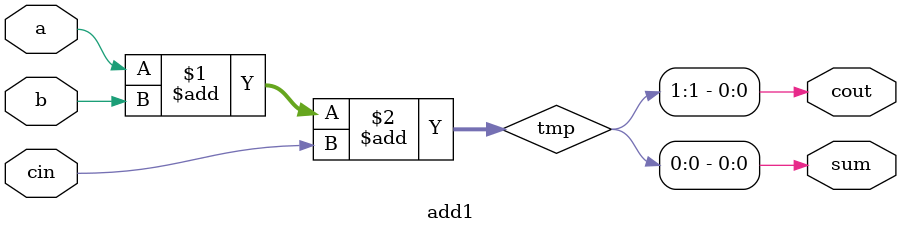
<source format=v>
module top_module (
    input [31:0] a,
    input [31:0] b,
    output [31:0] sum
);//

    wire c;
    wire [15:0]s1,s2;
    add16 a1(a[15:0],b[15:0],0,s1,c);
    add16 a2(a[31:16],b[31:16],c,s2,);
    assign sum = {s2,s1};

endmodule

module add1 ( input a, input b, input cin,   output sum, output cout );

    wire [1:0]tmp;
    assign tmp = a + b + cin;
    assign {cout,sum} = tmp;

endmodule

</source>
